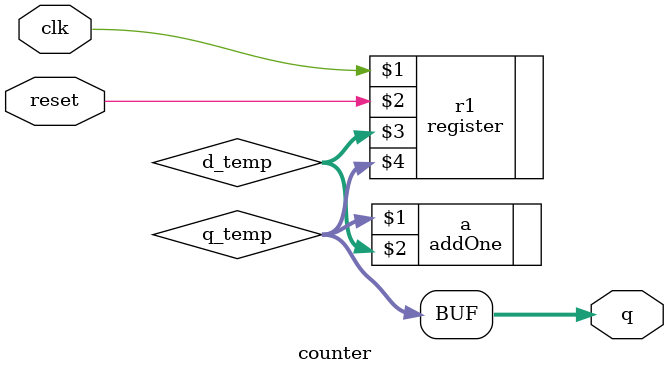
<source format=v>
`include "register.v"
`include "addOne.v"
module counter(
    input wire clk, reset,
    output wire [6:0] q
);

wire [6:0] d_temp, q_temp;
register r1(clk, reset, d_temp, q_temp);
addOne a(q_temp, d_temp);

assign q = q_temp;

endmodule
</source>
